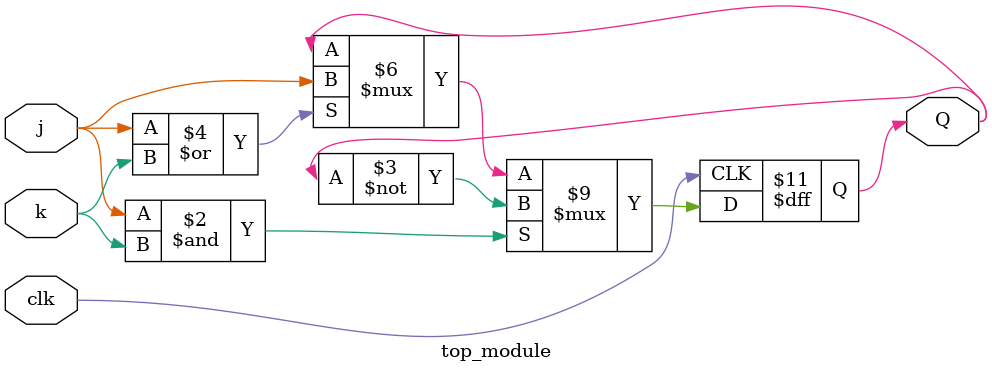
<source format=v>
module top_module (
    input clk,
    input j,
    input k,
    output Q); 

    always@(posedge clk) begin
        if (j&k) Q <= ~Q;
        else if (j|k) Q <= j;
        else Q <= Q;
    end

endmodule

</source>
